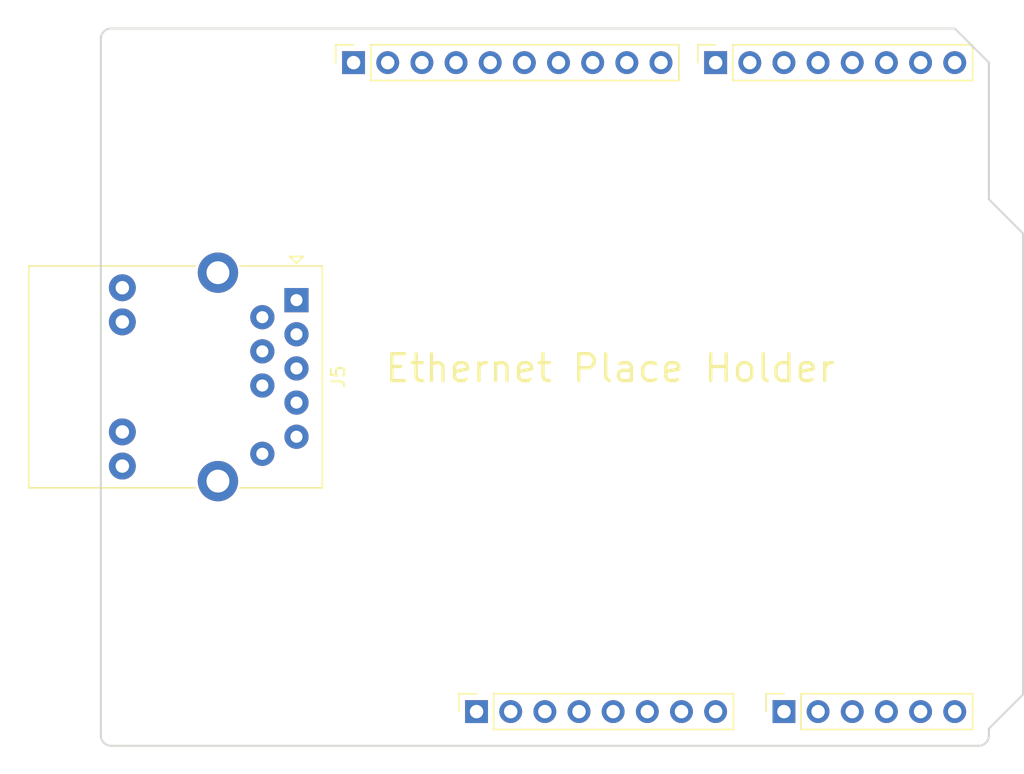
<source format=kicad_pcb>
(kicad_pcb (version 20221018) (generator pcbnew)
  (title_block (date "mar. 31 mars 2015"))
  (layers (0 "F.Cu" signal) (31 "B.Cu" signal) (34 "B.Paste" user) (35 "F.Paste" user) (36 "B.SilkS" user "B.Silkscreen") (37 "F.SilkS" user "F.Silkscreen") (38 "B.Mask" user) (39 "F.Mask" user) (44 "Edge.Cuts" user))
  (net 0 "")
  (net 1 "GND")
  (net 3 "+5V")
  (net 4 "/IOREF")
  (net 5 "/A0")
  (net 6 "/A1")
  (net 7 "/A2")
  (net 8 "/A3")
  (net 9 "/SDA{slash}A4")
  (net 10 "/SCL{slash}A5")
  (net 11 "/13")
  (net 12 "/12")
  (net 13 "/AREF")
  (net 14 "/8")
  (net 15 "/7")
  (net 16 "/*11")
  (net 17 "/*10")
  (net 18 "/*9")
  (net 19 "/4")
  (net 20 "/2")
  (net 21 "/*6")
  (net 22 "/*5")
  (net 23 "/TX{slash}1")
  (net 24 "/*3")
  (net 25 "/RX{slash}0")
  (net 26 "+3V3")
  (net 27 "VCC")
  (net 28 "/~{RESET}")
  (footprint "Connector_PinSocket_2.54mm:PinSocket_1x08_P2.54mm_Vertical" (layer "F.Cu") (at 127.94 97.46 90)
    (fp_text reference "J1" hide)
    (fp_text value "Power")
    (fp_line (start -1.33 1.27) (end -1.33 19.11) (stroke (width 0.12)) (layer "F.SilkS"))
    (fp_line (start -1.33 1.27) (end 1.33 1.27) (stroke (width 0.12)) (layer "F.SilkS"))
    (fp_line (start -1.33 19.11) (end 1.33 19.11) (stroke (width 0.12)) (layer "F.SilkS"))
    (fp_line (start 0 -1.33) (end 1.33 -1.33) (stroke (width 0.12)) (layer "F.SilkS"))
    (fp_line (start 1.33 -1.33) (end 1.33 0) (stroke (width 0.12)) (layer "F.SilkS"))
    (fp_line (start 1.33 1.27) (end 1.33 19.11) (stroke (width 0.12)) (layer "F.SilkS"))
    (pad "1" thru_hole rect locked (at 0 0 90) (size 1.7 1.7) (drill 1) (layers "*.Cu" "*.Mask"))
    (pad "2" thru_hole oval locked (at 0 2.54 90) (size 1.7 1.7) (drill 1) (layers "*.Cu" "*.Mask") (net 4 "/IOREF"))
    (pad "3" thru_hole oval locked (at 0 5.08 90) (size 1.7 1.7) (drill 1) (layers "*.Cu" "*.Mask") (net 28 "/~{RESET}"))
    (pad "4" thru_hole oval locked (at 0 7.62 90) (size 1.7 1.7) (drill 1) (layers "*.Cu" "*.Mask") (net 26 "+3V3"))
    (pad "5" thru_hole oval locked (at 0 10.16 90) (size 1.7 1.7) (drill 1) (layers "*.Cu" "*.Mask") (net 3 "+5V"))
    (pad "6" thru_hole oval locked (at 0 12.7 90) (size 1.7 1.7) (drill 1) (layers "*.Cu" "*.Mask") (net 1 "GND"))
    (pad "7" thru_hole oval locked (at 0 15.24 90) (size 1.7 1.7) (drill 1) (layers "*.Cu" "*.Mask") (net 1 "GND"))
    (pad "8" thru_hole oval locked (at 0 17.78 90) (size 1.7 1.7) (drill 1) (layers "*.Cu" "*.Mask") (net 27 "VCC"))
  )
  (footprint "Connector_PinSocket_2.54mm:PinSocket_1x06_P2.54mm_Vertical" (layer "F.Cu") (at 150.8 97.46 90)
    (fp_text reference "J3" hide)
    (fp_text value "Analog")
    (fp_line (start -1.33 1.27) (end -1.33 14.03) (stroke (width 0.12)) (layer "F.SilkS"))
    (fp_line (start -1.33 1.27) (end 1.33 1.27) (stroke (width 0.12)) (layer "F.SilkS"))
    (fp_line (start -1.33 14.03) (end 1.33 14.03) (stroke (width 0.12)) (layer "F.SilkS"))
    (fp_line (start 0 -1.33) (end 1.33 -1.33) (stroke (width 0.12)) (layer "F.SilkS"))
    (fp_line (start 1.33 -1.33) (end 1.33 0) (stroke (width 0.12)) (layer "F.SilkS"))
    (fp_line (start 1.33 1.27) (end 1.33 14.03) (stroke (width 0.12)) (layer "F.SilkS"))
    (pad "1" thru_hole rect locked (at 0 0 90) (size 1.7 1.7) (drill 1) (layers "*.Cu" "*.Mask") (net 5 "/A0"))
    (pad "2" thru_hole oval locked (at 0 2.54 90) (size 1.7 1.7) (drill 1) (layers "*.Cu" "*.Mask") (net 6 "/A1"))
    (pad "3" thru_hole oval locked (at 0 5.08 90) (size 1.7 1.7) (drill 1) (layers "*.Cu" "*.Mask") (net 7 "/A2"))
    (pad "4" thru_hole oval locked (at 0 7.62 90) (size 1.7 1.7) (drill 1) (layers "*.Cu" "*.Mask") (net 8 "/A3"))
    (pad "5" thru_hole oval locked (at 0 10.16 90) (size 1.7 1.7) (drill 1) (layers "*.Cu" "*.Mask") (net 9 "/SDA{slash}A4"))
    (pad "6" thru_hole oval locked (at 0 12.7 90) (size 1.7 1.7) (drill 1) (layers "*.Cu" "*.Mask") (net 10 "/SCL{slash}A5"))
  )
  (footprint "Connector_PinSocket_2.54mm:PinSocket_1x10_P2.54mm_Vertical" (layer "F.Cu") (at 118.796 49.2 90)
    (fp_text reference "J2" hide)
    (fp_text value "Digital/PWM")
    (fp_line (start -1.33 1.27) (end -1.33 24.19) (stroke (width 0.12)) (layer "F.SilkS"))
    (fp_line (start -1.33 1.27) (end 1.33 1.27) (stroke (width 0.12)) (layer "F.SilkS"))
    (fp_line (start -1.33 24.19) (end 1.33 24.19) (stroke (width 0.12)) (layer "F.SilkS"))
    (fp_line (start 0 -1.33) (end 1.33 -1.33) (stroke (width 0.12)) (layer "F.SilkS"))
    (fp_line (start 1.33 -1.33) (end 1.33 0) (stroke (width 0.12)) (layer "F.SilkS"))
    (fp_line (start 1.33 1.27) (end 1.33 24.19) (stroke (width 0.12)) (layer "F.SilkS"))
    (pad "1" thru_hole rect locked (at 0 0 90) (size 1.7 1.7) (drill 1) (layers "*.Cu" "*.Mask") (net 10 "/SCL{slash}A5"))
    (pad "2" thru_hole oval locked (at 0 2.54 90) (size 1.7 1.7) (drill 1) (layers "*.Cu" "*.Mask") (net 9 "/SDA{slash}A4"))
    (pad "3" thru_hole oval locked (at 0 5.08 90) (size 1.7 1.7) (drill 1) (layers "*.Cu" "*.Mask") (net 13 "/AREF"))
    (pad "4" thru_hole oval locked (at 0 7.62 90) (size 1.7 1.7) (drill 1) (layers "*.Cu" "*.Mask") (net 1 "GND"))
    (pad "5" thru_hole oval locked (at 0 10.16 90) (size 1.7 1.7) (drill 1) (layers "*.Cu" "*.Mask") (net 11 "/13"))
    (pad "6" thru_hole oval locked (at 0 12.7 90) (size 1.7 1.7) (drill 1) (layers "*.Cu" "*.Mask") (net 12 "/12"))
    (pad "7" thru_hole oval locked (at 0 15.24 90) (size 1.7 1.7) (drill 1) (layers "*.Cu" "*.Mask") (net 16 "/*11"))
    (pad "8" thru_hole oval locked (at 0 17.78 90) (size 1.7 1.7) (drill 1) (layers "*.Cu" "*.Mask") (net 17 "/*10"))
    (pad "9" thru_hole oval locked (at 0 20.32 90) (size 1.7 1.7) (drill 1) (layers "*.Cu" "*.Mask") (net 18 "/*9"))
    (pad "10" thru_hole oval locked (at 0 22.86 90) (size 1.7 1.7) (drill 1) (layers "*.Cu" "*.Mask") (net 14 "/8"))
  )
  (footprint "Connector_PinSocket_2.54mm:PinSocket_1x08_P2.54mm_Vertical" (layer "F.Cu") (at 145.72 49.2 90)
    (fp_text reference "J4" hide)
    (fp_text value "Digital/PWM")
    (fp_line (start -1.33 1.27) (end -1.33 19.11) (stroke (width 0.12)) (layer "F.SilkS"))
    (fp_line (start -1.33 1.27) (end 1.33 1.27) (stroke (width 0.12)) (layer "F.SilkS"))
    (fp_line (start -1.33 19.11) (end 1.33 19.11) (stroke (width 0.12)) (layer "F.SilkS"))
    (fp_line (start 0 -1.33) (end 1.33 -1.33) (stroke (width 0.12)) (layer "F.SilkS"))
    (fp_line (start 1.33 -1.33) (end 1.33 0) (stroke (width 0.12)) (layer "F.SilkS"))
    (fp_line (start 1.33 1.27) (end 1.33 19.11) (stroke (width 0.12)) (layer "F.SilkS"))
    (pad "1" thru_hole rect locked (at 0 0 90) (size 1.7 1.7) (drill 1) (layers "*.Cu" "*.Mask") (net 15 "/7"))
    (pad "2" thru_hole oval locked (at 0 2.54 90) (size 1.7 1.7) (drill 1) (layers "*.Cu" "*.Mask") (net 21 "/*6"))
    (pad "3" thru_hole oval locked (at 0 5.08 90) (size 1.7 1.7) (drill 1) (layers "*.Cu" "*.Mask") (net 22 "/*5"))
    (pad "4" thru_hole oval locked (at 0 7.62 90) (size 1.7 1.7) (drill 1) (layers "*.Cu" "*.Mask") (net 19 "/4"))
    (pad "5" thru_hole oval locked (at 0 10.16 90) (size 1.7 1.7) (drill 1) (layers "*.Cu" "*.Mask") (net 24 "/*3"))
    (pad "6" thru_hole oval locked (at 0 12.7 90) (size 1.7 1.7) (drill 1) (layers "*.Cu" "*.Mask") (net 20 "/2"))
    (pad "7" thru_hole oval locked (at 0 15.24 90) (size 1.7 1.7) (drill 1) (layers "*.Cu" "*.Mask") (net 23 "/TX{slash}1"))
    (pad "8" thru_hole oval locked (at 0 17.78 90) (size 1.7 1.7) (drill 1) (layers "*.Cu" "*.Mask") (net 25 "/RX{slash}0"))
  )
  (footprint "Arduino_MountingHole:MountingHole_3.2mm" (layer "F.Cu") (at 115.24 49.2)
    (fp_text reference "MH1" hide)
    (fp_text value "MountingHole_3.2mm" hide)
    (pad "" np_thru_hole circle locked (at 0 0) (size 3.2 3.2) (drill 3.2) (layers "*.Cu" "*.Mask"))
  )
  (footprint "Connector_RJ:RJ45_Abracon_ARJP11A-MA_Horizontal" (layer "F.Cu") (at 114.55 66.86 -90)
    (fp_text reference "J5" (at 5.71 -3.1 90) (layer "F.SilkS"))
    (fp_text value "RJ45_Abracon_ARJP11A-MASA-B-A-EMU2")
    (fp_line (start -3.24 -0.5) (end -3.24 0.5) (stroke (width 0.12)) (layer "F.SilkS"))
    (fp_line (start -3.24 0.5) (end -2.74 0) (stroke (width 0.12)) (layer "F.SilkS"))
    (fp_line (start -2.74 0) (end -3.24 -0.5) (stroke (width 0.12)) (layer "F.SilkS"))
    (fp_line (start -2.54 -1.92) (end -2.54 4.21) (stroke (width 0.12)) (layer "F.SilkS"))
    (fp_line (start -2.54 -1.92) (end 13.96 -1.92) (stroke (width 0.12)) (layer "F.SilkS"))
    (fp_line (start -2.54 7.51) (end -2.54 19.91) (stroke (width 0.12)) (layer "F.SilkS"))
    (fp_line (start -2.54 19.91) (end 13.96 19.91) (stroke (width 0.12)) (layer "F.SilkS"))
    (fp_line (start 13.96 -1.92) (end 13.96 4.21) (stroke (width 0.12)) (layer "F.SilkS"))
    (fp_line (start 13.96 7.51) (end 13.96 19.91) (stroke (width 0.12)) (layer "F.SilkS"))
    (pad "" np_thru_hole circle (at 0 8.89 270) (size 3.2 3.2) (drill 3.2) (layers "*.Cu" "*.Mask"))
    (pad "" np_thru_hole circle (at 11.43 8.89 270) (size 3.2 3.2) (drill 3.2) (layers "*.Cu" "*.Mask"))
    (pad "1" thru_hole rect (at 0 0 270) (size 1.8 1.8) (drill 0.9) (layers "*.Cu" "*.Mask"))
    (pad "2" thru_hole circle (at 1.27 2.54 270) (size 1.8 1.8) (drill 0.9) (layers "*.Cu" "*.Mask"))
    (pad "3" thru_hole circle (at 2.54 0 270) (size 1.8 1.8) (drill 0.9) (layers "*.Cu" "*.Mask"))
    (pad "4" thru_hole circle (at 3.81 2.54 270) (size 1.8 1.8) (drill 0.9) (layers "*.Cu" "*.Mask"))
    (pad "5" thru_hole circle (at 5.08 0 270) (size 1.8 1.8) (drill 0.9) (layers "*.Cu" "*.Mask"))
    (pad "6" thru_hole circle (at 6.35 2.54 270) (size 1.8 1.8) (drill 0.9) (layers "*.Cu" "*.Mask"))
    (pad "7" thru_hole circle (at 7.62 0 270) (size 1.8 1.8) (drill 0.9) (layers "*.Cu" "*.Mask"))
    (pad "9" thru_hole circle (at 10.16 0 270) (size 1.8 1.8) (drill 0.9) (layers "*.Cu" "*.Mask"))
    (pad "10" thru_hole circle (at 11.43 2.54 270) (size 1.8 1.8) (drill 0.9) (layers "*.Cu" "*.Mask"))
    (pad "11" thru_hole circle (at -0.92 12.95 270) (size 2 2) (drill 1) (layers "*.Cu" "*.Mask"))
    (pad "12" thru_hole circle (at 1.62 12.95 270) (size 2 2) (drill 1) (layers "*.Cu" "*.Mask"))
    (pad "13" thru_hole circle (at 9.8 12.95 270) (size 2 2) (drill 1) (layers "*.Cu" "*.Mask"))
    (pad "14" thru_hole circle (at 12.34 12.95 270) (size 2 2) (drill 1) (layers "*.Cu" "*.Mask"))
    (pad "15" thru_hole circle (at -2.04 5.84 270) (size 3 3) (drill 1.7) (layers "*.Cu" "*.Mask"))
    (pad "15" thru_hole circle (at 13.46 5.84 270) (size 3 3) (drill 1.7) (layers "*.Cu" "*.Mask"))
  )
  (footprint "Arduino_MountingHole:MountingHole_3.2mm" (layer "F.Cu") (at 113.97 97.46)
    (fp_text reference "MH2" hide)
    (fp_text value "MountingHole_3.2mm" hide)
    (pad "" np_thru_hole circle locked (at 0 0) (size 3.2 3.2) (drill 3.2) (layers "*.Cu" "*.Mask"))
  )
  (footprint "Arduino_MountingHole:MountingHole_3.2mm" (layer "F.Cu") (at 166.04 64.44)
    (fp_text reference "MH3" hide)
    (fp_text value "MountingHole_3.2mm" hide)
    (pad "" np_thru_hole circle locked (at 0 0) (size 3.2 3.2) (drill 3.2) (layers "*.Cu" "*.Mask"))
  )
  (footprint "Arduino_MountingHole:MountingHole_3.2mm" (layer "F.Cu") (at 166.04 92.38)
    (fp_text reference "MH4" hide)
    (fp_text value "MountingHole_3.2mm" hide)
    (pad "" np_thru_hole circle locked (at 0 0) (size 3.2 3.2) (drill 3.2) (layers "*.Cu" "*.Mask"))
  )
  (gr_line (start 166.04 59.36) (end 168.58 61.9) (stroke (width 0.15)) (layer "Edge.Cuts"))
  (gr_line (start 100 99.238) (end 100 47.422) (stroke (width 0.15)) (layer "Edge.Cuts"))
  (gr_line (start 168.58 61.9) (end 168.58 96.19) (stroke (width 0.15)) (layer "Edge.Cuts"))
  (gr_line (start 165.278 100) (end 100.762 100) (stroke (width 0.15)) (layer "Edge.Cuts"))
  (gr_line (start 100.762 46.66) (end 163.5 46.66) (stroke (width 0.15)) (layer "Edge.Cuts"))
  (gr_arc (start 100.762 100) (mid 100.223185 99.776815) (end 100 99.238) (stroke (width 0.15)) (layer "Edge.Cuts"))
  (gr_line (start 168.58 96.19) (end 166.04 98.73) (stroke (width 0.15)) (layer "Edge.Cuts"))
  (gr_line (start 163.5 46.66) (end 166.04 49.2) (stroke (width 0.15)) (layer "Edge.Cuts"))
  (gr_arc (start 166.04 99.238) (mid 165.816815 99.776815) (end 165.278 100) (stroke (width 0.15)) (layer "Edge.Cuts"))
  (gr_line (start 166.04 49.2) (end 166.04 59.36) (stroke (width 0.15)) (layer "Edge.Cuts"))
  (gr_line (start 166.04 98.73) (end 166.04 99.238) (stroke (width 0.15)) (layer "Edge.Cuts"))
  (gr_arc (start 100 47.422) (mid 100.223185 46.883185) (end 100.762 46.66) (stroke (width 0.15)) (layer "Edge.Cuts"))
  (gr_text "Ethernet Place Holder" (at 121 73.1) (layer "F.SilkS") (effects (font (size 2 2) (thickness 0.25)) (justify left bottom)))
)
</source>
